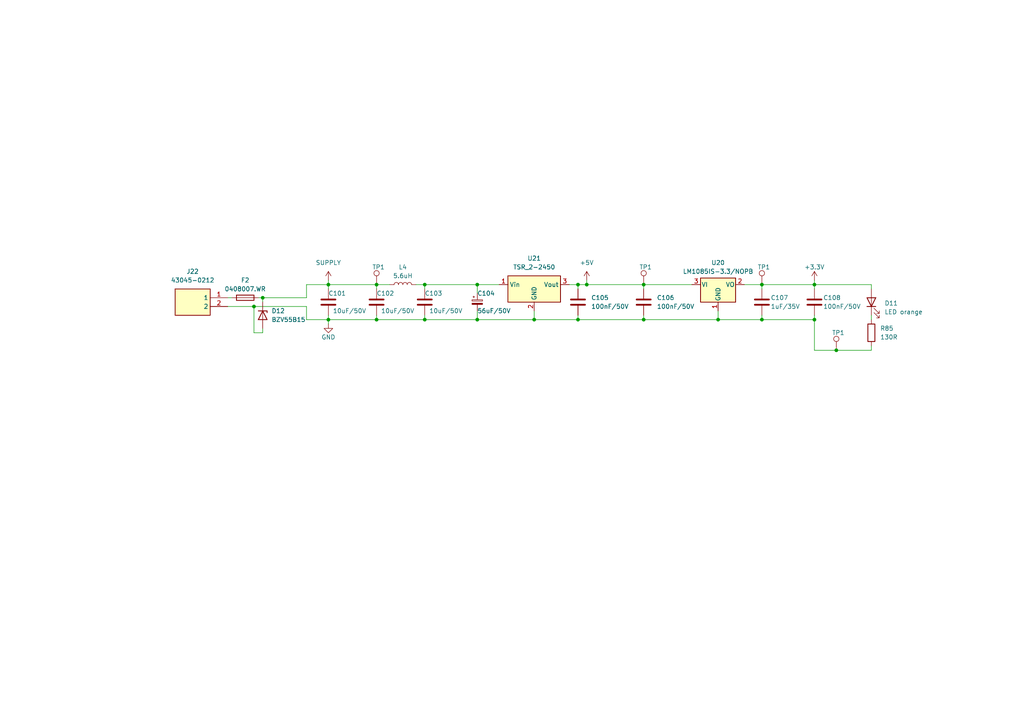
<source format=kicad_sch>
(kicad_sch (version 20230121) (generator eeschema)
  (paper "A4")
  (title_block (title "Non isolated Supply") (date "2023-12-29") (rev "V1.0") (company "Valais Wallis Racing Team") (comment 1 "Bétrisey Mattia"))
  (lib_symbols
    (symbol "43045-0212:43045-0212"
      (property "Reference" "J" (at 16.51 7.62 0))
      (property "Value" "43045-0212" (at 16.51 5.08 0))
      (symbol "43045-0212_1_1"
        (rectangle (start 5.08 2.54) (end 15.24 -5.08) (stroke (width 0.254)) (fill (type background)))
        (pin passive line (at 0 -2.54 0) (length 5.08) (name "1") (number "1"))
        (pin passive line (at 0 0 0) (length 5.08) (name "2") (number "2"))
      )
    )
    (symbol "Connector:TestPoint" (pin_numbers hide) (pin_names (offset 0.762) hide)
      (property "Reference" "TP" (at 0 6.858 0))
      (property "Value" "TestPoint" (at 0 5.08 0))
      (symbol "TestPoint_0_1"
        (circle (center 0 3.302) (radius 0.762))
      )
      (symbol "TestPoint_1_1"
        (pin passive line (at 0 0 90) (length 2.54) (name "1") (number "1"))
      )
    )
    (symbol "Device:C" (pin_numbers hide) (pin_names (offset 0.254))
      (property "Reference" "C" (at 0.635 2.54 0))
      (property "Value" "C" (at 0.635 -2.54 0))
      (symbol "C_0_1"
        (polyline (pts (xy -2.032 -0.762) (xy 2.032 -0.762)) (stroke (width 0.508)))
        (polyline (pts (xy -2.032 0.762) (xy 2.032 0.762)) (stroke (width 0.508)))
      )
      (symbol "C_1_1"
        (pin passive line (at 0 3.81 270) (length 2.794) (name "~") (number "1"))
        (pin passive line (at 0 -3.81 90) (length 2.794) (name "~") (number "2"))
      )
    )
    (symbol "Device:C_Polarized_Small" (pin_numbers hide) (pin_names (offset 0.254) hide)
      (property "Reference" "C" (at 0.254 1.778 0))
      (property "Value" "C_Polarized_Small" (at 0.254 -2.032 0))
      (symbol "C_Polarized_Small_0_1"
        (rectangle (start -1.524 -0.3048) (end 1.524 -0.6858) (fill (type outline)))
        (rectangle (start -1.524 0.6858) (end 1.524 0.3048))
        (polyline (pts (xy -1.27 1.524) (xy -0.762 1.524)))
        (polyline (pts (xy -1.016 1.27) (xy -1.016 1.778)))
      )
      (symbol "C_Polarized_Small_1_1"
        (pin passive line (at 0 2.54 270) (length 1.8542) (name "~") (number "1"))
        (pin passive line (at 0 -2.54 90) (length 1.8542) (name "~") (number "2"))
      )
    )
    (symbol "Device:Fuse" (pin_numbers hide) (pin_names (offset 0))
      (property "Reference" "F" (at 2.032 0 90))
      (property "Value" "Fuse" (at -1.905 0 90))
      (symbol "Fuse_0_1"
        (rectangle (start -0.762 -2.54) (end 0.762 2.54) (stroke (width 0.254)))
        (polyline (pts (xy 0 2.54) (xy 0 -2.54)))
      )
      (symbol "Fuse_1_1"
        (pin passive line (at 0 3.81 270) (length 1.27) (name "~") (number "1"))
        (pin passive line (at 0 -3.81 90) (length 1.27) (name "~") (number "2"))
      )
    )
    (symbol "Device:L" (pin_numbers hide) (pin_names (offset 1.016) hide)
      (property "Reference" "L" (at -1.27 0 90))
      (property "Value" "L" (at 1.905 0 90))
      (symbol "L_0_1"
        (arc (start 0 -2.54) (mid 0.6323 -1.905) (end 0 -1.27))
        (arc (start 0 -1.27) (mid 0.6323 -0.635) (end 0 0))
        (arc (start 0 0) (mid 0.6323 0.635) (end 0 1.27))
        (arc (start 0 1.27) (mid 0.6323 1.905) (end 0 2.54))
      )
      (symbol "L_1_1"
        (pin passive line (at 0 3.81 270) (length 1.27) (name "1") (number "1"))
        (pin passive line (at 0 -3.81 90) (length 1.27) (name "2") (number "2"))
      )
    )
    (symbol "Device:LED" (pin_numbers hide) (pin_names (offset 1.016) hide)
      (property "Reference" "D" (at 0 2.54 0))
      (property "Value" "LED" (at 0 -2.54 0))
      (symbol "LED_0_1"
        (polyline (pts (xy -1.27 -1.27) (xy -1.27 1.27)) (stroke (width 0.254)))
        (polyline (pts (xy -1.27 0) (xy 1.27 0)))
        (polyline (pts (xy 1.27 -1.27) (xy 1.27 1.27) (xy -1.27 0) (xy 1.27 -1.27)) (stroke (width 0.254)))
        (polyline (pts (xy -3.048 -0.762) (xy -4.572 -2.286) (xy -3.81 -2.286) (xy -4.572 -2.286) (xy -4.572 -1.524)))
        (polyline (pts (xy -1.778 -0.762) (xy -3.302 -2.286) (xy -2.54 -2.286) (xy -3.302 -2.286) (xy -3.302 -1.524)))
      )
      (symbol "LED_1_1"
        (pin passive line (at -3.81 0 0) (length 2.54) (name "K") (number "1"))
        (pin passive line (at 3.81 0 180) (length 2.54) (name "A") (number "2"))
      )
    )
    (symbol "Device:R" (pin_numbers hide) (pin_names (offset 0))
      (property "Reference" "R" (at 2.032 0 90))
      (property "Value" "R" (at 0 0 90))
      (symbol "R_0_1"
        (rectangle (start -1.016 -2.54) (end 1.016 2.54) (stroke (width 0.254)))
      )
      (symbol "R_1_1"
        (pin passive line (at 0 3.81 270) (length 1.27) (name "~") (number "1"))
        (pin passive line (at 0 -3.81 90) (length 1.27) (name "~") (number "2"))
      )
    )
    (symbol "Diode:BZV55B15" (pin_numbers hide) (pin_names hide)
      (property "Reference" "D" (at 0 2.54 0))
      (property "Value" "BZV55B15" (at 0 -2.54 0))
      (symbol "BZV55B15_0_1"
        (polyline (pts (xy 1.27 0) (xy -1.27 0)))
        (polyline (pts (xy -1.27 -1.27) (xy -1.27 1.27) (xy -0.762 1.27)) (stroke (width 0.254)))
        (polyline (pts (xy 1.27 -1.27) (xy 1.27 1.27) (xy -1.27 0) (xy 1.27 -1.27)) (stroke (width 0.254)))
      )
      (symbol "BZV55B15_1_1"
        (pin passive line (at -3.81 0 0) (length 2.54) (name "K") (number "1"))
        (pin passive line (at 3.81 0 180) (length 2.54) (name "A") (number "2"))
      )
    )
    (symbol "Regulator_Linear:LM1085-3.3" (pin_names (offset 0.254))
      (property "Reference" "U" (at -3.81 3.175 0))
      (property "Value" "LM1085-3.3" (at 0 3.175 0))
      (symbol "LM1085-3.3_0_1"
        (rectangle (start -5.08 1.905) (end 5.08 -5.08) (stroke (width 0.254)) (fill (type background)))
      )
      (symbol "LM1085-3.3_1_1"
        (pin power_in line (at 0 -7.62 90) (length 2.54) (name "GND") (number "1"))
        (pin power_out line (at 7.62 0 180) (length 2.54) (name "VO") (number "2"))
        (pin power_in line (at -7.62 0 0) (length 2.54) (name "VI") (number "3"))
      )
    )
    (symbol "Regulator_Switching:TSR_1-2490"
      (property "Reference" "U" (at -7.62 6.35 0))
      (property "Value" "TSR_1-2490" (at -1.27 6.35 0))
      (symbol "TSR_1-2490_0_1"
        (rectangle (start -7.62 5.08) (end 7.62 -2.54) (stroke (width 0.254)) (fill (type background)))
      )
      (symbol "TSR_1-2490_1_1"
        (pin power_in line (at -10.16 2.54 0) (length 2.54) (name "Vin") (number "1"))
        (pin power_in line (at 0 -5.08 90) (length 2.54) (name "GND") (number "2"))
        (pin power_out line (at 10.16 2.54 180) (length 2.54) (name "Vout") (number "3"))
      )
    )
    (symbol "bmsPower_Symbols:+3V3_0" (power) (in_bom no) (on_board no)
      (property "Value" "+3V3_0" (at 0 3.302 0))
      (symbol "+3V3_0_0_1"
        (polyline (pts (xy -0.762 1.27) (xy 0 2.54)))
        (polyline (pts (xy 0 0) (xy 0 2.54)))
        (polyline (pts (xy 0 2.54) (xy 0.762 1.27)))
      )
      (symbol "+3V3_0_1_1"
        (pin power_in line (at 0 0 90) (length 0) hide (name "+3.3V") (number "1"))
      )
    )
    (symbol "bmsPower_Symbols:GND_0" (power) (in_bom no) (on_board no)
      (property "Value" "GND_0" (at 0 -4.064 0))
      (symbol "GND_0_0_1"
        (polyline (pts (xy 0 0) (xy 0 -1.27) (xy 1.27 -1.27) (xy 0 -2.54) (xy -1.27 -1.27) (xy 0 -1.27)))
      )
      (symbol "GND_0_1_1"
        (pin power_in line (at 0 0 270) (length 0) hide (name "GND") (number "1"))
      )
    )
    (symbol "bmsPower_Symbols:SUPPLY_0" (power) (in_bom no) (on_board no)
      (property "Value" "SUPPLY_0" (at 0.254 3.302 0))
      (symbol "SUPPLY_0_0_1"
        (polyline (pts (xy -0.762 1.27) (xy 0 2.54)))
        (polyline (pts (xy 0 0) (xy 0 2.54)))
        (polyline (pts (xy 0 2.54) (xy 0.762 1.27)))
      )
      (symbol "SUPPLY_0_1_1"
        (pin power_in line (at 0 0 90) (length 0) hide (name "SUPPLY") (number "1"))
      )
    )
    (symbol "power:+5V" (power) (pin_names (offset 0))
      (property "Value" "+5V" (at 0 3.556 0))
      (symbol "+5V_0_1"
        (polyline (pts (xy -0.762 1.27) (xy 0 2.54)))
        (polyline (pts (xy 0 0) (xy 0 2.54)))
        (polyline (pts (xy 0 2.54) (xy 0.762 1.27)))
      )
      (symbol "+5V_1_1"
        (pin power_in line (at 0 0 90) (length 0) hide (name "+5V") (number "1"))
      )
    )
  )
  (junction (at 123.19 92.71))
  (junction (at 242.57 101.6))
  (junction (at 186.69 82.55))
  (junction (at 138.43 82.55))
  (junction (at 154.94 92.71))
  (junction (at 186.69 92.71))
  (junction (at 95.25 82.55))
  (junction (at 109.22 92.71))
  (junction (at 73.66 88.9))
  (junction (at 123.19 82.55))
  (junction (at 220.98 92.71))
  (junction (at 167.64 82.55))
  (junction (at 76.2 86.36))
  (junction (at 236.22 92.71))
  (junction (at 236.22 82.55))
  (junction (at 138.43 92.71))
  (junction (at 95.25 92.71))
  (junction (at 208.28 92.71))
  (junction (at 167.64 92.71))
  (junction (at 170.18 82.55))
  (junction (at 109.22 82.55))
  (junction (at 220.98 82.55))
  (wire (pts (xy 220.98 91.44) (xy 220.98 92.71)))
  (wire (pts (xy 95.25 92.71) (xy 109.22 92.71)))
  (wire (pts (xy 220.98 82.55) (xy 220.98 83.82)))
  (wire (pts (xy 76.2 95.25) (xy 76.2 96.52)))
  (wire (pts (xy 88.9 82.55) (xy 95.25 82.55)))
  (wire (pts (xy 73.66 88.9) (xy 73.66 96.52)))
  (wire (pts (xy 138.43 82.55) (xy 138.43 85.09)))
  (wire (pts (xy 138.43 82.55) (xy 144.78 82.55)))
  (wire (pts (xy 165.1 82.55) (xy 167.64 82.55)))
  (wire (pts (xy 242.57 101.6) (xy 252.73 101.6)))
  (wire (pts (xy 186.69 92.71) (xy 208.28 92.71)))
  (wire (pts (xy 88.9 92.71) (xy 95.25 92.71)))
  (wire (pts (xy 123.19 82.55) (xy 138.43 82.55)))
  (wire (pts (xy 154.94 90.17) (xy 154.94 92.71)))
  (wire (pts (xy 120.65 82.55) (xy 123.19 82.55)))
  (wire (pts (xy 88.9 82.55) (xy 88.9 86.36)))
  (wire (pts (xy 236.22 82.55) (xy 220.98 82.55)))
  (wire (pts (xy 123.19 91.44) (xy 123.19 92.71)))
  (wire (pts (xy 123.19 82.55) (xy 123.19 83.82)))
  (wire (pts (xy 138.43 92.71) (xy 154.94 92.71)))
  (wire (pts (xy 109.22 82.55) (xy 109.22 83.82)))
  (wire (pts (xy 73.66 96.52) (xy 76.2 96.52)))
  (wire (pts (xy 95.25 82.55) (xy 95.25 83.82)))
  (wire (pts (xy 252.73 91.44) (xy 252.73 92.71)))
  (wire (pts (xy 236.22 92.71) (xy 236.22 101.6)))
  (wire (pts (xy 95.25 82.55) (xy 109.22 82.55)))
  (wire (pts (xy 236.22 82.55) (xy 236.22 83.82)))
  (wire (pts (xy 170.18 81.28) (xy 170.18 82.55)))
  (wire (pts (xy 220.98 92.71) (xy 236.22 92.71)))
  (wire (pts (xy 252.73 82.55) (xy 252.73 83.82)))
  (wire (pts (xy 109.22 82.55) (xy 113.03 82.55)))
  (wire (pts (xy 167.64 91.44) (xy 167.64 92.71)))
  (wire (pts (xy 252.73 100.33) (xy 252.73 101.6)))
  (wire (pts (xy 88.9 86.36) (xy 76.2 86.36)))
  (wire (pts (xy 167.64 82.55) (xy 167.64 83.82)))
  (wire (pts (xy 170.18 82.55) (xy 186.69 82.55)))
  (wire (pts (xy 236.22 81.28) (xy 236.22 82.55)))
  (wire (pts (xy 186.69 82.55) (xy 200.66 82.55)))
  (wire (pts (xy 186.69 82.55) (xy 186.69 83.82)))
  (wire (pts (xy 66.04 88.9) (xy 73.66 88.9)))
  (wire (pts (xy 95.25 91.44) (xy 95.25 92.71)))
  (wire (pts (xy 76.2 86.36) (xy 76.2 87.63)))
  (wire (pts (xy 167.64 92.71) (xy 186.69 92.71)))
  (wire (pts (xy 208.28 90.17) (xy 208.28 92.71)))
  (wire (pts (xy 208.28 92.71) (xy 220.98 92.71)))
  (wire (pts (xy 67.31 86.36) (xy 66.04 86.36)))
  (wire (pts (xy 109.22 92.71) (xy 123.19 92.71)))
  (wire (pts (xy 88.9 88.9) (xy 88.9 92.71)))
  (wire (pts (xy 95.25 92.71) (xy 95.25 93.98)))
  (wire (pts (xy 167.64 82.55) (xy 170.18 82.55)))
  (wire (pts (xy 186.69 91.44) (xy 186.69 92.71)))
  (wire (pts (xy 215.9 82.55) (xy 220.98 82.55)))
  (wire (pts (xy 236.22 101.6) (xy 242.57 101.6)))
  (wire (pts (xy 236.22 91.44) (xy 236.22 92.71)))
  (wire (pts (xy 154.94 92.71) (xy 167.64 92.71)))
  (wire (pts (xy 73.66 88.9) (xy 88.9 88.9)))
  (wire (pts (xy 138.43 92.71) (xy 138.43 90.17)))
  (wire (pts (xy 123.19 92.71) (xy 138.43 92.71)))
  (wire (pts (xy 236.22 82.55) (xy 252.73 82.55)))
  (wire (pts (xy 109.22 91.44) (xy 109.22 92.71)))
  (wire (pts (xy 95.25 81.28) (xy 95.25 82.55)))
  (wire (pts (xy 76.2 86.36) (xy 74.93 86.36)))
  (symbol (lib_id "Connector:TestPoint") (at 109.22 82.55 0) (unit 1)
    (property "Reference" "TP1" (at 107.95 77.47 0) (effects (justify left)))
    (property "Value" "TestPoint" (effects hide))
    (property "Footprint" "TestPoint:TestPoint_Keystone_5000-5004_Miniature" (effects hide))
    (instances (project "BMS-Master" (path "" (reference "TP1") (unit 1)) (path "" (reference "TP31") (unit 1))))
  )
  (symbol (lib_id "Device:LED") (at 252.73 87.63 90) (unit 1)
    (property "Reference" "D11" (at 256.54 87.9475 90) (effects (justify right)))
    (property "Value" "LED orange" (at 256.54 90.4875 90) (effects (justify right)))
    (property "Footprint" "LED_SMD:LED_0603_1608Metric" (effects hide))
  )
  (symbol (lib_id "Regulator_Switching:TSR_1-2490") (at 154.94 85.09 0) (unit 1)
    (property "Reference" "U21" (at 154.94 74.93 0))
    (property "Value" "TSR_2-2450" (at 154.94 77.47 0))
    (property "Footprint" "Converter_DCDC:Converter_DCDC_TRACO_TSR-1_THT" (effects hide))
    (property "Datasheet" "http://www.tracopower.com/products/tsr1.pdf" (effects hide))
  )
  (symbol (lib_id "Connector:TestPoint") (at 220.98 82.55 0) (unit 1)
    (property "Reference" "TP1" (at 219.71 77.47 0) (effects (justify left)))
    (property "Value" "TestPoint" (effects hide))
    (property "Footprint" "TestPoint:TestPoint_Keystone_5000-5004_Miniature" (effects hide))
    (instances (project "BMS-Master" (path "" (reference "TP1") (unit 1)) (path "" (reference "TP33") (unit 1))))
  )
  (symbol (lib_id "43045-0212:43045-0212") (at 66.04 88.9 180) (unit 1)
    (property "Reference" "J22" (at 55.88 78.74 0))
    (property "Value" "43045-0212" (at 55.88 81.28 0))
    (property "Footprint" "43045-0212:43045-02YY_121314" (effects hide))
    (property "Datasheet" "https://www.molex.com/pdm_docs/sd/430450612_sd.pdf" (effects hide))
    (property "Height" "9.91" (effects hide))
    (property "Manufacturer_Name" "Molex" (effects hide))
    (property "Manufacturer_Part_Number" "43045-0212" (effects hide))
    (property "Mouser Part Number" "538-430-45-0212" (effects hide))
    (property "Mouser Price/Stock" "https://www.mouser.co.uk/ProductDetail/Molex/43045-0212?qs=QtQX4uD3c2XFLtjr%252BHeRmQ%3D%3D" (effects hide))
  )
  (symbol (lib_id "Connector:TestPoint") (at 186.69 82.55 0) (unit 1)
    (property "Reference" "TP1" (at 185.42 77.47 0) (effects (justify left)))
    (property "Value" "TestPoint" (effects hide))
    (property "Footprint" "TestPoint:TestPoint_Keystone_5000-5004_Miniature" (effects hide))
    (instances (project "BMS-Master" (path "" (reference "TP1") (unit 1)) (path "" (reference "TP32") (unit 1))))
  )
  (symbol (lib_id "Diode:BZV55B15") (at 76.2 91.44 270) (unit 1)
    (property "Reference" "D12" (at 78.74 90.17 90) (effects (justify left)))
    (property "Value" "BZV55B15" (at 78.74 92.71 90) (effects (justify left)))
    (property "Footprint" "Diode_SMD:D_MiniMELF" (effects hide))
    (property "Datasheet" "https://assets.nexperia.com/documents/data-sheet/BZV55_SER.pdf" (effects hide))
  )
  (symbol (lib_id "Device:C") (at 220.98 87.63 0) (unit 1)
    (property "Reference" "C107" (at 223.52 86.36 0) (effects (justify left)))
    (property "Value" "1uF/35V" (at 223.52 88.9 0) (effects (justify left)))
    (property "Footprint" "Capacitor_SMD:C_0603_1608Metric" (effects hide))
  )
  (symbol (lib_id "Regulator_Linear:LM1085-3.3") (at 208.28 82.55 0) (unit 1)
    (property "Reference" "U20" (at 208.28 76.2 0))
    (property "Value" "LM1085IS-3.3/NOPB" (at 208.28 78.74 0))
    (property "Footprint" "Package_TO_SOT_SMD:TO-263-3_TabPin2" (effects hide))
    (property "Datasheet" "http://www.ti.com/lit/ds/symlink/lm1085.pdf" (effects hide))
  )
  (symbol (lib_id "Device:C") (at 109.22 87.63 0) (unit 1)
    (property "Reference" "C102" (at 109.22 85.09 0) (effects (justify left)))
    (property "Value" "10uF/50V" (at 110.49 90.17 0) (effects (justify left)))
    (property "Footprint" "Capacitor_SMD:C_1206_3216Metric" (effects hide))
  )
  (symbol (lib_id "Device:C") (at 167.64 87.63 0) (unit 1)
    (property "Reference" "C105" (at 171.45 86.36 0) (effects (justify left)))
    (property "Value" "100nF/50V" (at 171.45 88.9 0) (effects (justify left)))
    (property "Footprint" "Capacitor_SMD:C_0603_1608Metric" (effects hide))
  )
  (symbol (lib_id "Device:R") (at 252.73 96.52 0) (unit 1)
    (property "Reference" "R85" (at 255.27 95.25 0) (effects (justify left)))
    (property "Value" "130R" (at 255.27 97.79 0) (effects (justify left)))
    (property "Footprint" "Resistor_SMD:R_0603_1608Metric" (effects hide))
  )
  (symbol (lib_id "Device:C_Polarized_Small") (at 138.43 87.63 0) (unit 1)
    (property "Reference" "C104" (at 138.43 85.09 0) (effects (justify left)))
    (property "Value" "56uF/50V" (at 138.43 90.17 0) (effects (justify left)))
    (property "Footprint" "Capacitor_SMD:CP_Elec_8x10" (effects hide))
  )
  (symbol (lib_id "bmsPower_Symbols:SUPPLY_0") (at 95.25 81.28 0) (unit 1) (in_bom no) (on_board no)
    (property "Reference" "#PWR0182" (effects hide))
    (property "Value" "SUPPLY_0" (at 95.25 76.2 0))
  )
  (symbol (lib_id "Device:L") (at 116.84 82.55 90) (unit 1)
    (property "Reference" "L4" (at 116.84 77.47 90))
    (property "Value" "5.6uH" (at 116.84 80.01 90))
    (property "Footprint" "Inductor_SMD:L_TracoPower_TCK-141" (effects hide))
  )
  (symbol (lib_id "bmsPower_Symbols:GND_0") (at 95.25 93.98 0) (unit 1) (in_bom no) (on_board no)
    (property "Reference" "#PWR0185" (effects hide))
    (property "Value" "GND_0" (at 95.25 97.79 0))
  )
  (symbol (lib_id "Device:Fuse") (at 71.12 86.36 90) (unit 1)
    (property "Reference" "F2" (at 71.12 81.28 90))
    (property "Value" "0408007.WR" (at 71.12 83.82 90))
    (property "Footprint" "Fuse:Fuse_0603_1608Metric" (effects hide))
  )
  (symbol (lib_id "Device:C") (at 236.22 87.63 0) (unit 1)
    (property "Reference" "C108" (at 238.76 86.36 0) (effects (justify left)))
    (property "Value" "100nF/50V" (at 238.76 88.9 0) (effects (justify left)))
    (property "Footprint" "Capacitor_SMD:C_0603_1608Metric" (effects hide))
  )
  (symbol (lib_id "bmsPower_Symbols:+3V3_0") (at 236.22 81.28 0) (unit 1) (in_bom no) (on_board no)
    (property "Reference" "#PWR0184" (effects hide))
    (property "Value" "+3V3_0" (at 236.22 77.47 0))
  )
  (symbol (lib_id "Connector:TestPoint") (at 242.57 101.6 0) (unit 1)
    (property "Reference" "TP1" (at 241.3 96.52 0) (effects (justify left)))
    (property "Value" "TestPoint" (effects hide))
    (property "Footprint" "TestPoint:TestPoint_Keystone_5000-5004_Miniature" (effects hide))
    (instances (project "BMS-Master" (path "" (reference "TP1") (unit 1)) (path "" (reference "TP34") (unit 1))))
  )
  (symbol (lib_id "Device:C") (at 186.69 87.63 0) (unit 1)
    (property "Reference" "C106" (at 190.5 86.36 0) (effects (justify left)))
    (property "Value" "100nF/50V" (at 190.5 88.9 0) (effects (justify left)))
    (property "Footprint" "Capacitor_SMD:C_0603_1608Metric" (effects hide))
  )
  (symbol (lib_id "power:+5V") (at 170.18 81.28 0) (unit 1)
    (property "Reference" "#PWR0183" (effects hide))
    (property "Value" "+5V" (at 170.18 76.2 0))
  )
  (symbol (lib_id "Device:C") (at 95.25 87.63 0) (unit 1)
    (property "Reference" "C101" (at 95.25 85.09 0) (effects (justify left)))
    (property "Value" "10uF/50V" (at 96.52 90.17 0) (effects (justify left)))
    (property "Footprint" "Capacitor_SMD:C_1206_3216Metric" (effects hide))
  )
  (symbol (lib_id "Device:C") (at 123.19 87.63 0) (unit 1)
    (property "Reference" "C103" (at 123.19 85.09 0) (effects (justify left)))
    (property "Value" "10uF/50V" (at 124.46 90.17 0) (effects (justify left)))
    (property "Footprint" "Capacitor_SMD:C_1210_3225Metric" (effects hide))
  )
)
</source>
